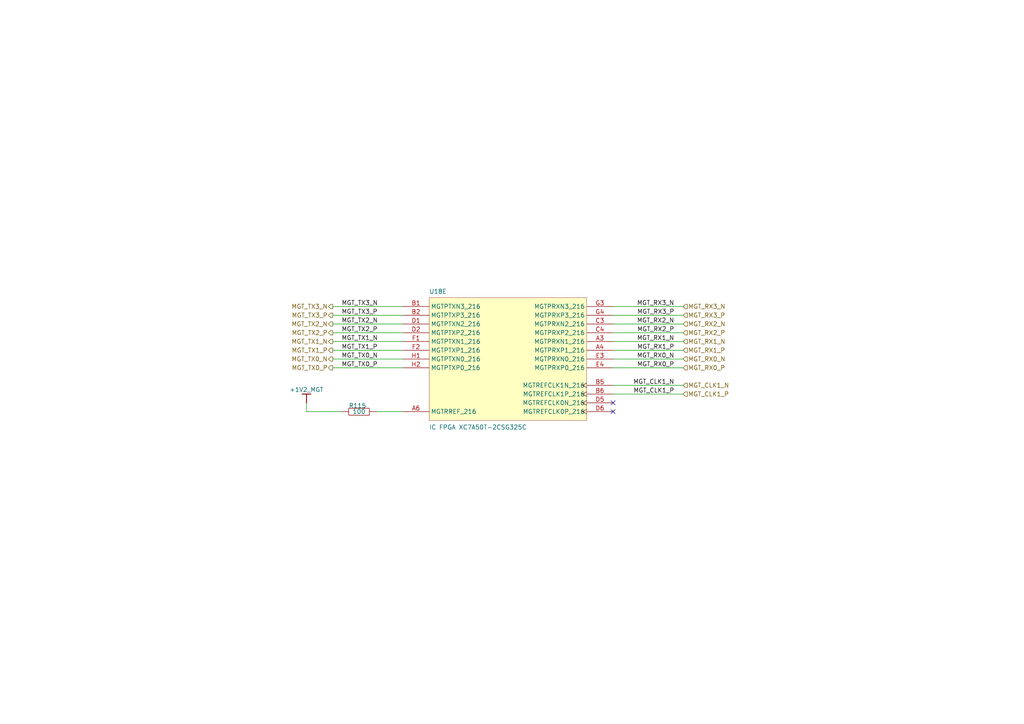
<source format=kicad_sch>
(kicad_sch (version 20241004) (generator "eeschema") (generator_version "8.99")
  (paper "A4")
  (title_block (title "ThunderScope") (rev "5") (company "EEVengers"))
  (lib_symbols
    (symbol "Thunderscope_Rev5:+1V2_MGT_BAR" (power)
      (property "Value" "+1V2_MGT" (at 0 -3.81 0))
      (symbol "+1V2_MGT_BAR_0_0"
        (polyline (pts (xy -1.27 -2.54) (xy 1.27 -2.54)) (stroke (width 0.254)))
        (polyline (pts (xy 0 0) (xy 0 -2.54)) (stroke (width 0.254)))
        (pin power_in line (at 0 0 0) (length 0) (hide yes) (name "+1V2_MGT") (number ""))
      )
    )
    (symbol "Thunderscope_Rev5:IC FPGA XC7A50T-2CSG325C"
      (property "Reference" "U" (at 0 0 0))
      (property "Value" "IC FPGA XC7A50T-2CSG325C" (at 0 0 0))
      (symbol "IC FPGA XC7A50T-2CSG325C_1_0"
        (rectangle (start 0 0) (end -40.64 -129.54) (stroke (width 0.0254) (color 128 0 0 1)) (fill (type background)))
        (text "BANK 14" (at -5.08 -15.24 900) (effects (font (size 1.778 1.778) (thickness 0.3556) (bold yes)) (justify left top)))
        (pin bidirectional line (at -48.26 -2.54 0) (length 7.62) (name "IO_0_14") (number "L14"))
        (pin bidirectional line (at -48.26 -5.08 0) (length 7.62) (name "IO_L1P_T0_D00_MOSI_14") (number "K16"))
        (pin bidirectional line (at -48.26 -7.62 0) (length 7.62) (name "IO_L1N_T0_D01_DIN_14") (number "L17"))
        (pin bidirectional line (at -48.26 -10.16 0) (length 7.62) (name "IO_L2P_T0_D02_14") (number "J15"))
        (pin bidirectional line (at -48.26 -12.7 0) (length 7.62) (name "IO_L2N_T0_D03_14") (number "J16"))
        (pin bidirectional line (at -48.26 -15.24 0) (length 7.62) (name "IO_L3P_T0_DQS_PUDC_B_14") (number "J18"))
        (pin bidirectional clock (at -48.26 -17.78 0) (length 7.62) (name "IO_L3N_T0_DQS_EMCCLK_14") (number "K18"))
        (pin bidirectional line (at -48.26 -20.32 0) (length 7.62) (name "IO_L4P_T0_D04_14") (number "K17"))
        (pin bidirectional line (at -48.26 -22.86 0) (length 7.62) (name "IO_L4N_T0_D05_14") (number "L18"))
        (pin bidirectional line (at -48.26 -25.4 0) (length 7.62) (name "IO_L5P_T0_D06_14") (number "J14"))
        (pin bidirectional line (at -48.26 -27.94 0) (length 7.62) (name "IO_L5N_T0_D07_14") (number "K15"))
        (pin bidirectional line (at -48.26 -30.48 0) (length 7.62) (name "IO_L6P_T0_FCS_B_14") (number "L15"))
        (pin bidirectional line (at -48.26 -33.02 0) (length 7.62) (name "IO_L6N_T0_D08_VREF_14") (number "M15"))
        (pin bidirectional line (at -48.26 -35.56 0) (length 7.62) (name "IO_L7P_T1_D09_14") (number "M16"))
        (pin bidirectional line (at -48.26 -38.1 0) (length 7.62) (name "IO_L7N_T1_D10_14") (number "M17"))
        (pin bidirectional line (at -48.26 -40.64 0) (length 7.62) (name "IO_L8P_T1_D11_14") (number "M14"))
        (pin bidirectional line (at -48.26 -43.18 0) (length 7.62) (name "IO_L8N_T1_D12_14") (number "N14"))
        (pin bidirectional line (at -48.26 -45.72 0) (length 7.62) (name "IO_L9P_T1_DQS_14") (number "N16"))
        (pin bidirectional line (at -48.26 -48.26 0) (length 7.62) (name "IO_L9N_T1_DQS_D13_14") (number "N17"))
        (pin bidirectional line (at -48.26 -50.8 0) (length 7.62) (name "IO_L10P_T1_D14_14") (number "N18"))
        (pin bidirectional line (at -48.26 -53.34 0) (length 7.62) (name "IO_L10N_T1_D15_14") (number "P18"))
        (pin bidirectional clock (at -48.26 -55.88 0) (length 7.62) (name "IO_L11P_T1_SRCC_14") (number "P15"))
        (pin bidirectional clock (at -48.26 -58.42 0) (length 7.62) (name "IO_L11N_T1_SRCC_14") (number "P16"))
        (pin bidirectional clock (at -48.26 -60.96 0) (length 7.62) (name "IO_L12P_T1_MRCC_14") (number "P14"))
        (pin bidirectional clock (at -48.26 -63.5 0) (length 7.62) (name "IO_L12N_T1_MRCC_14") (number "R15"))
        (pin bidirectional clock (at -48.26 -66.04 0) (length 7.62) (name "IO_L13P_T2_MRCC_14") (number "T14"))
        (pin bidirectional clock (at -48.26 -68.58 0) (length 7.62) (name "IO_L13N_T2_MRCC_14") (number "T15"))
        (pin bidirectional clock (at -48.26 -71.12 0) (length 7.62) (name "IO_L14P_T2_SRCC_14") (number "R16"))
        (pin bidirectional clock (at -48.26 -73.66 0) (length 7.62) (name "IO_L14N_T2_SRCC_14") (number "R17"))
        (pin bidirectional line (at -48.26 -76.2 0) (length 7.62) (name "IO_L15P_T2_DQS_RDWR_B_14") (number "R18"))
        (pin bidirectional line (at -48.26 -78.74 0) (length 7.62) (name "IO_L15N_T2_DQS_DOUT_CSO_B_14") (number "T18"))
        (pin bidirectional line (at -48.26 -81.28 0) (length 7.62) (name "IO_L16P_T2_CSI_B_14") (number "T17"))
        (pin bidirectional line (at -48.26 -83.82 0) (length 7.62) (name "IO_L16N_T2_A15_D31_14") (number "U17"))
        (pin bidirectional line (at -48.26 -86.36 0) (length 7.62) (name "IO_L17P_T2_A14_D30_14") (number "U15"))
        (pin bidirectional line (at -48.26 -88.9 0) (length 7.62) (name "IO_L17N_T2_A13_D29_14") (number "U16"))
        (pin bidirectional line (at -48.26 -91.44 0) (length 7.62) (name "IO_L18P_T2_A12_D28_14") (number "V16"))
        (pin bidirectional line (at -48.26 -93.98 0) (length 7.62) (name "IO_L18N_T2_A11_D27_14") (number "V17"))
        (pin bidirectional line (at -48.26 -96.52 0) (length 7.62) (name "IO_L19P_T3_A10_D26_14") (number "R13"))
        (pin bidirectional line (at -48.26 -99.06 0) (length 7.62) (name "IO_L19N_T3_A09_D25_VREF_14") (number "T13"))
        (pin bidirectional line (at -48.26 -101.6 0) (length 7.62) (name "IO_L20P_T3_A08_D24_14") (number "U14"))
        (pin bidirectional line (at -48.26 -104.14 0) (length 7.62) (name "IO_L20N_T3_A07_D23_14") (number "V14"))
        (pin bidirectional line (at -48.26 -106.68 0) (length 7.62) (name "IO_L21P_T3_DQS_14") (number "V12"))
        (pin bidirectional line (at -48.26 -109.22 0) (length 7.62) (name "IO_L21N_T3_DQS_A06_D22_14") (number "V13"))
        (pin bidirectional line (at -48.26 -111.76 0) (length 7.62) (name "IO_L22P_T3_A05_D21_14") (number "T12"))
        (pin bidirectional line (at -48.26 -114.3 0) (length 7.62) (name "IO_L22N_T3_A04_D20_14") (number "U12"))
        (pin bidirectional line (at -48.26 -116.84 0) (length 7.62) (name "IO_L23P_T3_A03_D19_14") (number "U11"))
        (pin bidirectional line (at -48.26 -119.38 0) (length 7.62) (name "IO_L23N_T3_A02_D18_14") (number "V11"))
        (pin bidirectional line (at -48.26 -121.92 0) (length 7.62) (name "IO_L24P_T3_A01_D17_14") (number "U9"))
        (pin bidirectional line (at -48.26 -124.46 0) (length 7.62) (name "IO_L24N_T3_A00_D16_14") (number "V9"))
        (pin bidirectional line (at -48.26 -127 0) (length 7.62) (name "IO_25_14") (number "U10"))
      )
      (symbol "IC FPGA XC7A50T-2CSG325C_2_0"
        (rectangle (start 0 0) (end -35.56 -129.54) (stroke (width 0.0254) (color 128 0 0 1)) (fill (type background)))
        (text "BANK 15" (at -5.08 -15.24 900) (effects (font (size 1.778 1.778) (thickness 0.3556) (bold yes)) (justify left top)))
        (pin bidirectional line (at -43.18 -2.54 0) (length 7.62) (name "IO_0_15") (number "D10"))
        (pin bidirectional line (at -43.18 -5.08 0) (length 7.62) (name "IO_L1P_T0_AD0P_15") (number "D8"))
        (pin bidirectional line (at -43.18 -7.62 0) (length 7.62) (name "IO_L1N_T0_AD0N_15") (number "C8"))
        (pin bidirectional line (at -43.18 -10.16 0) (length 7.62) (name "IO_L2P_T0_AD8P_15") (number "D9"))
        (pin bidirectional line (at -43.18 -12.7 0) (length 7.62) (name "IO_L2N_T0_AD8N_15") (number "C9"))
        (pin bidirectional line (at -43.18 -15.24 0) (length 7.62) (name "IO_L3P_T0_DQS_AD1P_15") (number "B9"))
        (pin bidirectional line (at -43.18 -17.78 0) (length 7.62) (name "IO_L3N_T0_DQS_AD1N_15") (number "A9"))
        (pin bidirectional line (at -43.18 -20.32 0) (length 7.62) (name "IO_L4P_T0_15") (number "C11"))
        (pin bidirectional line (at -43.18 -22.86 0) (length 7.62) (name "IO_L4N_T0_15") (number "B11"))
        (pin bidirectional line (at -43.18 -25.4 0) (length 7.62) (name "IO_L5P_T0_AD9P_15") (number "B10"))
        (pin bidirectional line (at -43.18 -27.94 0) (length 7.62) (name "IO_L5N_T0_AD9N_15") (number "A10"))
        (pin bidirectional line (at -43.18 -30.48 0) (length 7.62) (name "IO_L6P_T0_15") (number "D11"))
        (pin bidirectional line (at -43.18 -33.02 0) (length 7.62) (name "IO_L6N_T0_VREF_15") (number "C12"))
        (pin bidirectional line (at -43.18 -35.56 0) (length 7.62) (name "IO_L7P_T1_AD2P_15") (number "B12"))
        (pin bidirectional line (at -43.18 -38.1 0) (length 7.62) (name "IO_L7N_T1_AD2N_15") (number "A12"))
        (pin bidirectional line (at -43.18 -40.64 0) (length 7.62) (name "IO_L8P_T1_AD10P_15") (number "A13"))
        (pin bidirectional line (at -43.18 -43.18 0) (length 7.62) (name "IO_L8N_T1_AD10N_15") (number "A14"))
        (pin bidirectional line (at -43.18 -45.72 0) (length 7.62) (name "IO_L9P_T1_DQS_AD3P_15") (number "C14"))
        (pin bidirectional line (at -43.18 -48.26 0) (length 7.62) (name "IO_L9N_T1_DQS_AD3N_15") (number "B15"))
        (pin bidirectional line (at -43.18 -50.8 0) (length 7.62) (name "IO_L10P_T1_AD11P_15") (number "B14"))
        (pin bidirectional line (at -43.18 -53.34 0) (length 7.62) (name "IO_L10N_T1_AD11N_15") (number "A15"))
        (pin bidirectional clock (at -43.18 -55.88 0) (length 7.62) (name "IO_L11P_T1_SRCC_15") (number "D13"))
        (pin bidirectional clock (at -43.18 -58.42 0) (length 7.62) (name "IO_L11N_T1_SRCC_15") (number "C13"))
        (pin bidirectional clock (at -43.18 -60.96 0) (length 7.62) (name "IO_L12P_T1_MRCC_15") (number "E13"))
        (pin bidirectional clock (at -43.18 -63.5 0) (length 7.62) (name "IO_L12N_T1_MRCC_15") (number "D14"))
        (pin bidirectional clock (at -43.18 -66.04 0) (length 7.62) (name "IO_L13P_T2_MRCC_15") (number "E15"))
        (pin bidirectional clock (at -43.18 -68.58 0) (length 7.62) (name "IO_L13N_T2_MRCC_15") (number "D15"))
        (pin bidirectional clock (at -43.18 -71.12 0) (length 7.62) (name "IO_L14P_T2_SRCC_15") (number "E16"))
        (pin bidirectional clock (at -43.18 -73.66 0) (length 7.62) (name "IO_L14N_T2_SRCC_15") (number "D16"))
        (pin bidirectional line (at -43.18 -76.2 0) (length 7.62) (name "IO_L15P_T2_DQS_15") (number "B16"))
        (pin bidirectional line (at -43.18 -78.74 0) (length 7.62) (name "IO_L15N_T2_DQS_ADV_B_15") (number "A17"))
        (pin bidirectional line (at -43.18 -81.28 0) (length 7.62) (name "IO_L16P_T2_A28_15") (number "C16"))
        (pin bidirectional line (at -43.18 -83.82 0) (length 7.62) (name "IO_L16N_T2_A27_15") (number "B17"))
        (pin bidirectional line (at -43.18 -86.36 0) (length 7.62) (name "IO_L17P_T2_A26_15") (number "E17"))
        (pin bidirectional line (at -43.18 -88.9 0) (length 7.62) (name "IO_L17N_T2_A25_15") (number "D18"))
        (pin bidirectional line (at -43.18 -91.44 0) (length 7.62) (name "IO_L18P_T2_A24_15") (number "C17"))
        (pin bidirectional line (at -43.18 -93.98 0) (length 7.62) (name "IO_L18N_T2_A23_15") (number "C18"))
        (pin bidirectional line (at -43.18 -96.52 0) (length 7.62) (name "IO_L19P_T3_A22_15") (number "G17"))
        (pin bidirectional line (at -43.18 -99.06 0) (length 7.62) (name "IO_L19N_T3_A21_VREF_15") (number "F18"))
        (pin bidirectional line (at -43.18 -101.6 0) (length 7.62) (name "IO_L20P_T3_A20_15") (number "H16"))
        (pin bidirectional line (at -43.18 -104.14 0) (length 7.62) (name "IO_L20N_T3_A19_15") (number "G16"))
        (pin bidirectional line (at -43.18 -106.68 0) (length 7.62) (name "IO_L21P_T3_DQS_15") (number "G15"))
        (pin bidirectional line (at -43.18 -109.22 0) (length 7.62) (name "IO_L21N_T3_DQS_A18_15") (number "F15"))
        (pin bidirectional line (at -43.18 -111.76 0) (length 7.62) (name "IO_L22P_T3_A17_15") (number "G14"))
        (pin bidirectional line (at -43.18 -114.3 0) (length 7.62) (name "IO_L22N_T3_A16_15") (number "F14"))
        (pin bidirectional line (at -43.18 -116.84 0) (length 7.62) (name "IO_L23P_T3_FOE_B_15") (number "H17"))
        (pin bidirectional line (at -43.18 -119.38 0) (length 7.62) (name "IO_L23N_T3_FWE_B_15") (number "H18"))
        (pin bidirectional line (at -43.18 -121.92 0) (length 7.62) (name "IO_L24P_T3_RS1_15") (number "F17"))
        (pin bidirectional line (at -43.18 -124.46 0) (length 7.62) (name "IO_L24N_T3_RS0_15") (number "E18"))
        (pin bidirectional line (at -43.18 -127 0) (length 7.62) (name "IO_25_15") (number "H14"))
      )
      (symbol "IC FPGA XC7A50T-2CSG325C_3_0"
        (rectangle (start 0 0) (end -30.48 -129.54) (stroke (width 0.0254) (color 128 0 0 1)) (fill (type background)))
        (text "BANK 34" (at -5.08 -15.24 900) (effects (font (size 1.778 1.778) (thickness 0.3556) (bold yes)) (justify left top)))
        (pin bidirectional line (at -38.1 -2.54 0) (length 7.62) (name "IO_0_34") (number "J6"))
        (pin bidirectional line (at -38.1 -5.08 0) (length 7.62) (name "IO_L1P_T0_34") (number "K6"))
        (pin bidirectional line (at -38.1 -7.62 0) (length 7.62) (name "IO_L1N_T0_34") (number "K5"))
        (pin bidirectional line (at -38.1 -10.16 0) (length 7.62) (name "IO_L2P_T0_34") (number "J5"))
        (pin bidirectional line (at -38.1 -12.7 0) (length 7.62) (name "IO_L2N_T0_34") (number "J4"))
        (pin bidirectional line (at -38.1 -15.24 0) (length 7.62) (name "IO_L3P_T0_DQS_34") (number "K2"))
        (pin bidirectional line (at -38.1 -17.78 0) (length 7.62) (name "IO_L3N_T0_DQS_34") (number "K1"))
        (pin bidirectional line (at -38.1 -20.32 0) (length 7.62) (name "IO_L4P_T0_34") (number "K3"))
        (pin bidirectional line (at -38.1 -22.86 0) (length 7.62) (name "IO_L4N_T0_34") (number "L2"))
        (pin bidirectional line (at -38.1 -25.4 0) (length 7.62) (name "IO_L5P_T0_34") (number "L4"))
        (pin bidirectional line (at -38.1 -27.94 0) (length 7.62) (name "IO_L5N_T0_34") (number "L3"))
        (pin bidirectional line (at -38.1 -30.48 0) (length 7.62) (name "IO_L6P_T0_34") (number "L5"))
        (pin bidirectional line (at -38.1 -33.02 0) (length 7.62) (name "IO_L6N_T0_VREF_34") (number "M5"))
        (pin bidirectional line (at -38.1 -35.56 0) (length 7.62) (name "IO_L7P_T1_34") (number "M2"))
        (pin bidirectional line (at -38.1 -38.1 0) (length 7.62) (name "IO_L7N_T1_34") (number "M1"))
        (pin bidirectional line (at -38.1 -40.64 0) (length 7.62) (name "IO_L8P_T1_34") (number "M6"))
        (pin bidirectional line (at -38.1 -43.18 0) (length 7.62) (name "IO_L8N_T1_34") (number "N6"))
        (pin bidirectional line (at -38.1 -45.72 0) (length 7.62) (name "IO_L9P_T1_DQS_34") (number "N1"))
        (pin bidirectional line (at -38.1 -48.26 0) (length 7.62) (name "IO_L9N_T1_DQS_34") (number "P1"))
        (pin bidirectional line (at -38.1 -50.8 0) (length 7.62) (name "IO_L10P_T1_34") (number "M4"))
        (pin bidirectional line (at -38.1 -53.34 0) (length 7.62) (name "IO_L10N_T1_34") (number "N4"))
        (pin bidirectional clock (at -38.1 -55.88 0) (length 7.62) (name "IO_L11P_T1_SRCC_34") (number "N3"))
        (pin bidirectional clock (at -38.1 -58.42 0) (length 7.62) (name "IO_L11N_T1_SRCC_34") (number "N2"))
        (pin bidirectional clock (at -38.1 -60.96 0) (length 7.62) (name "IO_L12P_T1_MRCC_34") (number "P4"))
        (pin bidirectional clock (at -38.1 -63.5 0) (length 7.62) (name "IO_L12N_T1_MRCC_34") (number "P3"))
        (pin bidirectional clock (at -38.1 -66.04 0) (length 7.62) (name "IO_L13P_T2_MRCC_34") (number "R2"))
        (pin bidirectional clock (at -38.1 -68.58 0) (length 7.62) (name "IO_L13N_T2_MRCC_34") (number "R1"))
        (pin bidirectional clock (at -38.1 -71.12 0) (length 7.62) (name "IO_L14P_T2_SRCC_34") (number "R3"))
        (pin bidirectional clock (at -38.1 -73.66 0) (length 7.62) (name "IO_L14N_T2_SRCC_34") (number "T2"))
        (pin bidirectional line (at -38.1 -76.2 0) (length 7.62) (name "IO_L15P_T2_DQS_34") (number "U2"))
        (pin bidirectional line (at -38.1 -78.74 0) (length 7.62) (name "IO_L15N_T2_DQS_34") (number "U1"))
        (pin bidirectional line (at -38.1 -81.28 0) (length 7.62) (name "IO_L16P_T2_34") (number "V3"))
        (pin bidirectional line (at -38.1 -83.82 0) (length 7.62) (name "IO_L16N_T2_34") (number "V2"))
        (pin bidirectional line (at -38.1 -86.36 0) (length 7.62) (name "IO_L17P_T2_34") (number "T4"))
        (pin bidirectional line (at -38.1 -88.9 0) (length 7.62) (name "IO_L17N_T2_34") (number "T3"))
        (pin bidirectional line (at -38.1 -91.44 0) (length 7.62) (name "IO_L18P_T2_34") (number "U4"))
        (pin bidirectional line (at -38.1 -93.98 0) (length 7.62) (name "IO_L18N_T2_34") (number "V4"))
        (pin bidirectional line (at -38.1 -96.52 0) (length 7.62) (name "IO_L19P_T3_34") (number "P6"))
        (pin bidirectional line (at -38.1 -99.06 0) (length 7.62) (name "IO_L19N_T3_VREF_34") (number "P5"))
        (pin bidirectional line (at -38.1 -101.6 0) (length 7.62) (name "IO_L20P_T3_34") (number "U6"))
        (pin bidirectional line (at -38.1 -104.14 0) (length 7.62) (name "IO_L20N_T3_34") (number "U5"))
        (pin bidirectional line (at -38.1 -106.68 0) (length 7.62) (name "IO_L21P_T3_DQS_34") (number "R5"))
        (pin bidirectional line (at -38.1 -109.22 0) (length 7.62) (name "IO_L21N_T3_DQS_34") (number "T5"))
        (pin bidirectional line (at -38.1 -111.76 0) (length 7.62) (name "IO_L22P_T3_34") (number "R7"))
        (pin bidirectional line (at -38.1 -114.3 0) (length 7.62) (name "IO_L22N_T3_34") (number "T7"))
        (pin bidirectional line (at -38.1 -116.84 0) (length 7.62) (name "IO_L23P_T3_34") (number "U7"))
        (pin bidirectional line (at -38.1 -119.38 0) (length 7.62) (name "IO_L23N_T3_34") (number "V6"))
        (pin bidirectional line (at -38.1 -121.92 0) (length 7.62) (name "IO_L24P_T3_34") (number "V8"))
        (pin bidirectional line (at -38.1 -124.46 0) (length 7.62) (name "IO_L24N_T3_34") (number "V7"))
        (pin bidirectional line (at -38.1 -127 0) (length 7.62) (name "IO_25_34") (number "R6"))
      )
      (symbol "IC FPGA XC7A50T-2CSG325C_4_0"
        (rectangle (start 0 0) (end -20.32 -63.5) (stroke (width 0.0254) (color 128 0 0 1)) (fill (type background)))
        (pin input line (at 7.62 -2.54 180) (length 7.62) (name "TDI_0") (number "T9"))
        (pin output line (at 7.62 -5.08 180) (length 7.62) (name "TDO_0") (number "T8"))
        (pin input clock (at 7.62 -7.62 180) (length 7.62) (name "TCK_0") (number "F8"))
        (pin input line (at 7.62 -10.16 180) (length 7.62) (name "TMS_0") (number "R8"))
        (pin bidirectional clock (at 7.62 -15.24 180) (length 7.62) (name "CCLK_0") (number "E8"))
        (pin input line (at 7.62 -17.78 180) (length 7.62) (name "M0_0") (number "R12"))
        (pin input line (at 7.62 -20.32 180) (length 7.62) (name "M1_0") (number "R11"))
        (pin input line (at 7.62 -22.86 180) (length 7.62) (name "M2_0") (number "F13"))
        (pin open_collector line (at 7.62 -27.94 180) (length 7.62) (name "DONE_0") (number "F12"))
        (pin bidirectional line (at 7.62 -30.48 180) (length 7.62) (name "INIT_B_0") (number "T10"))
        (pin input line (at 7.62 -35.56 180) (length 7.62) (name "PROGRAM_B_0") (number "P10"))
        (pin input line (at 7.62 -38.1 180) (length 7.62) (name "CFGBVS_0") (number "E12"))
        (pin input line (at 7.62 -43.18 180) (length 7.62) (name "VP_0") (number "K10"))
        (pin input line (at 7.62 -45.72 180) (length 7.62) (name "VN_0") (number "L9"))
        (pin input line (at 7.62 -50.8 180) (length 7.62) (name "VREFP_0") (number "L10"))
        (pin input line (at 7.62 -53.34 180) (length 7.62) (name "VREFN_0") (number "K9"))
        (pin input line (at 7.62 -58.42 180) (length 7.62) (name "DXP_0") (number "M10"))
        (pin input line (at 7.62 -60.96 180) (length 7.62) (name "DXN_0") (number "M9"))
      )
      (symbol "IC FPGA XC7A50T-2CSG325C_5_0"
        (rectangle (start 0 0) (end -45.72 -35.56) (stroke (width 0.0254) (color 128 0 0 1)) (fill (type background)))
        (pin input line (at -53.34 -2.54 0) (length 7.62) (name "MGTRREF_216") (number "A6"))
        (pin output line (at -53.34 -15.24 0) (length 7.62) (name "MGTPTXP0_216") (number "H2"))
        (pin output line (at -53.34 -17.78 0) (length 7.62) (name "MGTPTXN0_216") (number "H1"))
        (pin output line (at -53.34 -20.32 0) (length 7.62) (name "MGTPTXP1_216") (number "F2"))
        (pin output line (at -53.34 -22.86 0) (length 7.62) (name "MGTPTXN1_216") (number "F1"))
        (pin output line (at -53.34 -25.4 0) (length 7.62) (name "MGTPTXP2_216") (number "D2"))
        (pin output line (at -53.34 -27.94 0) (length 7.62) (name "MGTPTXN2_216") (number "D1"))
        (pin output line (at -53.34 -30.48 0) (length 7.62) (name "MGTPTXP3_216") (number "B2"))
        (pin output line (at -53.34 -33.02 0) (length 7.62) (name "MGTPTXN3_216") (number "B1"))
        (pin input clock (at 7.62 -2.54 180) (length 7.62) (name "MGTREFCLK0P_216") (number "D6"))
        (pin input clock (at 7.62 -5.08 180) (length 7.62) (name "MGTREFCLK0N_216") (number "D5"))
        (pin input clock (at 7.62 -7.62 180) (length 7.62) (name "MGTREFCLK1P_216") (number "B6"))
        (pin input clock (at 7.62 -10.16 180) (length 7.62) (name "MGTREFCLK1N_216") (number "B5"))
        (pin input line (at 7.62 -15.24 180) (length 7.62) (name "MGTPRXP0_216") (number "E4"))
        (pin input line (at 7.62 -17.78 180) (length 7.62) (name "MGTPRXN0_216") (number "E3"))
        (pin input line (at 7.62 -20.32 180) (length 7.62) (name "MGTPRXP1_216") (number "A4"))
        (pin input line (at 7.62 -22.86 180) (length 7.62) (name "MGTPRXN1_216") (number "A3"))
        (pin input line (at 7.62 -25.4 180) (length 7.62) (name "MGTPRXP2_216") (number "C4"))
        (pin input line (at 7.62 -27.94 180) (length 7.62) (name "MGTPRXN2_216") (number "C3"))
        (pin input line (at 7.62 -30.48 180) (length 7.62) (name "MGTPRXP3_216") (number "G4"))
        (pin input line (at 7.62 -33.02 180) (length 7.62) (name "MGTPRXN3_216") (number "G3"))
      )
      (symbol "IC FPGA XC7A50T-2CSG325C_6_0"
        (rectangle (start 0 0) (end -30.48 -15.24) (stroke (width 0.0254) (color 128 0 0 1)) (fill (type background)))
        (pin power_in line (at -38.1 -2.54 0) (length 7.62) (name "MGTAVTT") (number "A2"))
        (pin power_in line (at -38.1 -5.08 0) (length 7.62) (name "MGTAVTT") (number "C1"))
        (pin power_in line (at -38.1 -7.62 0) (length 7.62) (name "MGTAVTT") (number "E1"))
        (pin power_in line (at -38.1 -10.16 0) (length 7.62) (name "MGTAVTT") (number "F3"))
        (pin power_in line (at -38.1 -12.7 0) (length 7.62) (name "MGTAVTT") (number "G2"))
        (pin power_in line (at 7.62 -2.54 180) (length 7.62) (name "MGTAVCC") (number "B4"))
        (pin power_in line (at 7.62 -5.08 180) (length 7.62) (name "MGTAVCC") (number "C5"))
        (pin power_in line (at 7.62 -7.62 180) (length 7.62) (name "MGTAVCC") (number "E5"))
        (pin power_in line (at 7.62 -10.16 180) (length 7.62) (name "MGTAVCC") (number "F5"))
      )
      (symbol "IC FPGA XC7A50T-2CSG325C_7_0"
        (rectangle (start 0 0) (end -25.4 -38.1) (stroke (width 0.0254) (color 128 0 0 1)) (fill (type background)))
        (pin power_in line (at -33.02 -2.54 0) (length 7.62) (name "VCCO_15") (number "A16"))
        (pin power_in line (at -33.02 -5.08 0) (length 7.62) (name "VCCO_15") (number "B13"))
        (pin power_in line (at -33.02 -7.62 0) (length 7.62) (name "VCCO_15") (number "C10"))
        (pin power_in line (at -33.02 -10.16 0) (length 7.62) (name "VCCO_15") (number "D17"))
        (pin power_in line (at -33.02 -12.7 0) (length 7.62) (name "VCCO_15") (number "E14"))
        (pin power_in line (at -33.02 -15.24 0) (length 7.62) (name "VCCO_15") (number "G18"))
        (pin power_in line (at -33.02 -17.78 0) (length 7.62) (name "VCCO_15") (number "H15"))
        (pin power_in line (at -33.02 -22.86 0) (length 7.62) (name "VCCO_34") (number "L6"))
        (pin power_in line (at -33.02 -25.4 0) (length 7.62) (name "VCCO_34") (number "M3"))
        (pin power_in line (at -33.02 -27.94 0) (length 7.62) (name "VCCO_34") (number "P7"))
        (pin power_in line (at -33.02 -30.48 0) (length 7.62) (name "VCCO_34") (number "R4"))
        (pin power_in line (at -33.02 -33.02 0) (length 7.62) (name "VCCO_34") (number "T1"))
        (pin power_in line (at -33.02 -35.56 0) (length 7.62) (name "VCCO_34") (number "V5"))
        (pin power_in line (at 7.62 -2.54 180) (length 7.62) (name "VCCO_0") (number "E10"))
        (pin power_in line (at 7.62 -5.08 180) (length 7.62) (name "VCCO_0") (number "R10"))
        (pin power_in line (at 7.62 -10.16 180) (length 7.62) (name "VCCO_14") (number "L16"))
        (pin power_in line (at 7.62 -12.7 180) (length 7.62) (name "VCCO_14") (number "P17"))
        (pin power_in line (at 7.62 -15.24 180) (length 7.62) (name "VCCO_14") (number "R14"))
        (pin power_in line (at 7.62 -17.78 180) (length 7.62) (name "VCCO_14") (number "T11"))
        (pin power_in line (at 7.62 -20.32 180) (length 7.62) (name "VCCO_14") (number "U8"))
        (pin power_in line (at 7.62 -22.86 180) (length 7.62) (name "VCCO_14") (number "U18"))
        (pin power_in line (at 7.62 -25.4 180) (length 7.62) (name "VCCO_14") (number "V15"))
      )
      (symbol "IC FPGA XC7A50T-2CSG325C_8_0"
        (rectangle (start 0 0) (end -30.48 -48.26) (stroke (width 0.0254) (color 128 0 0 1)) (fill (type background)))
        (pin power_in line (at -38.1 -2.54 0) (length 7.62) (name "VCCBATT_0") (number "E11"))
        (pin power_in line (at -38.1 -7.62 0) (length 7.62) (name "VCCADC_0") (number "J10"))
        (pin power_in line (at -38.1 -12.7 0) (length 7.62) (name "VCCAUX") (number "G12"))
        (pin power_in line (at -38.1 -15.24 0) (length 7.62) (name "VCCAUX") (number "H13"))
        (pin power_in line (at -38.1 -17.78 0) (length 7.62) (name "VCCAUX") (number "K13"))
        (pin power_in line (at -38.1 -20.32 0) (length 7.62) (name "VCCAUX") (number "M13"))
        (pin power_in line (at -38.1 -22.86 0) (length 7.62) (name "VCCAUX") (number "P13"))
        (pin power_in line (at -38.1 -27.94 0) (length 7.62) (name "VCCBRAM") (number "F11"))
        (pin power_in line (at -38.1 -30.48 0) (length 7.62) (name "VCCBRAM") (number "G10"))
        (pin power_in line (at -38.1 -33.02 0) (length 7.62) (name "VCCBRAM") (number "H11"))
        (pin power_in line (at 7.62 -2.54 180) (length 7.62) (name "VCCINT") (number "F7"))
        (pin power_in line (at 7.62 -5.08 180) (length 7.62) (name "VCCINT") (number "F9"))
        (pin power_in line (at 7.62 -7.62 180) (length 7.62) (name "VCCINT") (number "G8"))
        (pin power_in line (at 7.62 -10.16 180) (length 7.62) (name "VCCINT") (number "H7"))
        (pin power_in line (at 7.62 -12.7 180) (length 7.62) (name "VCCINT") (number "H9"))
        (pin power_in line (at 7.62 -15.24 180) (length 7.62) (name "VCCINT") (number "J8"))
        (pin power_in line (at 7.62 -17.78 180) (length 7.62) (name "VCCINT") (number "J12"))
        (pin power_in line (at 7.62 -20.32 180) (length 7.62) (name "VCCINT") (number "K7"))
        (pin power_in line (at 7.62 -22.86 180) (length 7.62) (name "VCCINT") (number "K11"))
        (pin power_in line (at 7.62 -25.4 180) (length 7.62) (name "VCCINT") (number "L8"))
        (pin power_in line (at 7.62 -27.94 180) (length 7.62) (name "VCCINT") (number "L12"))
        (pin power_in line (at 7.62 -30.48 180) (length 7.62) (name "VCCINT") (number "M7"))
        (pin power_in line (at 7.62 -33.02 180) (length 7.62) (name "VCCINT") (number "M11"))
        (pin power_in line (at 7.62 -35.56 180) (length 7.62) (name "VCCINT") (number "N8"))
        (pin power_in line (at 7.62 -38.1 180) (length 7.62) (name "VCCINT") (number "N10"))
        (pin power_in line (at 7.62 -40.64 180) (length 7.62) (name "VCCINT") (number "N12"))
        (pin power_in line (at 7.62 -43.18 180) (length 7.62) (name "VCCINT") (number "P9"))
        (pin power_in line (at 7.62 -45.72 180) (length 7.62) (name "VCCINT") (number "P11"))
      )
      (symbol "IC FPGA XC7A50T-2CSG325C_9_0"
        (rectangle (start 0 0) (end -20.32 -101.6) (stroke (width 0.0254) (color 128 0 0 1)) (fill (type background)))
        (pin power_in line (at -27.94 -2.54 0) (length 7.62) (name "GND") (number "H10"))
        (pin power_in line (at -27.94 -5.08 0) (length 7.62) (name "GND") (number "H12"))
        (pin power_in line (at -27.94 -7.62 0) (length 7.62) (name "GND") (number "J1"))
        (pin power_in line (at -27.94 -10.16 0) (length 7.62) (name "GND") (number "J2"))
        (pin power_in line (at -27.94 -12.7 0) (length 7.62) (name "GND") (number "J3"))
        (pin power_in line (at -27.94 -15.24 0) (length 7.62) (name "GND") (number "J7"))
        (pin power_in line (at -27.94 -17.78 0) (length 7.62) (name "GND") (number "J11"))
        (pin power_in line (at -27.94 -20.32 0) (length 7.62) (name "GND") (number "J13"))
        (pin power_in line (at -27.94 -22.86 0) (length 7.62) (name "GND") (number "J17"))
        (pin power_in line (at -27.94 -25.4 0) (length 7.62) (name "GND") (number "K4"))
        (pin power_in line (at -27.94 -27.94 0) (length 7.62) (name "GND") (number "K8"))
        (pin power_in line (at -27.94 -30.48 0) (length 7.62) (name "GND") (number "K12"))
        (pin power_in line (at -27.94 -33.02 0) (length 7.62) (name "GND") (number "K14"))
        (pin power_in line (at -27.94 -35.56 0) (length 7.62) (name "GND") (number "L1"))
        (pin power_in line (at -27.94 -38.1 0) (length 7.62) (name "GND") (number "L7"))
        (pin power_in line (at -27.94 -40.64 0) (length 7.62) (name "GND") (number "L11"))
        (pin power_in line (at -27.94 -43.18 0) (length 7.62) (name "GND") (number "L13"))
        (pin power_in line (at -27.94 -45.72 0) (length 7.62) (name "GND") (number "M8"))
        (pin power_in line (at -27.94 -48.26 0) (length 7.62) (name "GND") (number "M12"))
        (pin power_in line (at -27.94 -50.8 0) (length 7.62) (name "GND") (number "M18"))
        (pin power_in line (at -27.94 -53.34 0) (length 7.62) (name "GND") (number "N5"))
        (pin power_in line (at -27.94 -55.88 0) (length 7.62) (name "GND") (number "N7"))
        (pin power_in line (at -27.94 -58.42 0) (length 7.62) (name "GND") (number "N9"))
        (pin power_in line (at -27.94 -60.96 0) (length 7.62) (name "GND") (number "N11"))
        (pin power_in line (at -27.94 -63.5 0) (length 7.62) (name "GND") (number "N13"))
        (pin power_in line (at -27.94 -66.04 0) (length 7.62) (name "GND") (number "N15"))
        (pin power_in line (at -27.94 -68.58 0) (length 7.62) (name "GND") (number "P2"))
        (pin power_in line (at -27.94 -71.12 0) (length 7.62) (name "GND") (number "P8"))
        (pin power_in line (at -27.94 -73.66 0) (length 7.62) (name "GND") (number "P12"))
        (pin power_in line (at -27.94 -76.2 0) (length 7.62) (name "GND") (number "R9"))
        (pin power_in line (at -27.94 -78.74 0) (length 7.62) (name "GND") (number "T6"))
        (pin power_in line (at -27.94 -81.28 0) (length 7.62) (name "GND") (number "T16"))
        (pin power_in line (at -27.94 -83.82 0) (length 7.62) (name "GND") (number "U3"))
        (pin power_in line (at -27.94 -86.36 0) (length 7.62) (name "GND") (number "U13"))
        (pin power_in line (at -27.94 -88.9 0) (length 7.62) (name "GND") (number "V1"))
        (pin power_in line (at -27.94 -91.44 0) (length 7.62) (name "GND") (number "V10"))
        (pin power_in line (at -27.94 -93.98 0) (length 7.62) (name "GND") (number "V18"))
        (pin power_in line (at -27.94 -99.06 0) (length 7.62) (name "GNDADC_0") (number "J9"))
        (pin power_in line (at 7.62 -2.54 180) (length 7.62) (name "GND") (number "A1"))
        (pin power_in line (at 7.62 -5.08 180) (length 7.62) (name "GND") (number "A5"))
        (pin power_in line (at 7.62 -7.62 180) (length 7.62) (name "GND") (number "A7"))
        (pin power_in line (at 7.62 -10.16 180) (length 7.62) (name "GND") (number "A8"))
        (pin power_in line (at 7.62 -12.7 180) (length 7.62) (name "GND") (number "A11"))
        (pin power_in line (at 7.62 -15.24 180) (length 7.62) (name "GND") (number "A18"))
        (pin power_in line (at 7.62 -17.78 180) (length 7.62) (name "GND") (number "B3"))
        (pin power_in line (at 7.62 -20.32 180) (length 7.62) (name "GND") (number "B7"))
        (pin power_in line (at 7.62 -22.86 180) (length 7.62) (name "GND") (number "B8"))
        (pin power_in line (at 7.62 -25.4 180) (length 7.62) (name "GND") (number "B18"))
        (pin power_in line (at 7.62 -27.94 180) (length 7.62) (name "GND") (number "C2"))
        (pin power_in line (at 7.62 -30.48 180) (length 7.62) (name "GND") (number "C6"))
        (pin power_in line (at 7.62 -33.02 180) (length 7.62) (name "GND") (number "C7"))
        (pin power_in line (at 7.62 -35.56 180) (length 7.62) (name "GND") (number "C15"))
        (pin power_in line (at 7.62 -38.1 180) (length 7.62) (name "GND") (number "D3"))
        (pin power_in line (at 7.62 -40.64 180) (length 7.62) (name "GND") (number "D4"))
        (pin power_in line (at 7.62 -43.18 180) (length 7.62) (name "GND") (number "D7"))
        (pin power_in line (at 7.62 -45.72 180) (length 7.62) (name "GND") (number "D12"))
        (pin power_in line (at 7.62 -48.26 180) (length 7.62) (name "GND") (number "E2"))
        (pin power_in line (at 7.62 -50.8 180) (length 7.62) (name "GND") (number "E6"))
        (pin power_in line (at 7.62 -53.34 180) (length 7.62) (name "GND") (number "E7"))
        (pin power_in line (at 7.62 -55.88 180) (length 7.62) (name "GND") (number "E9"))
        (pin power_in line (at 7.62 -58.42 180) (length 7.62) (name "GND") (number "F4"))
        (pin power_in line (at 7.62 -60.96 180) (length 7.62) (name "GND") (number "F6"))
        (pin power_in line (at 7.62 -63.5 180) (length 7.62) (name "GND") (number "F10"))
        (pin power_in line (at 7.62 -66.04 180) (length 7.62) (name "GND") (number "F16"))
        (pin power_in line (at 7.62 -68.58 180) (length 7.62) (name "GND") (number "G1"))
        (pin power_in line (at 7.62 -71.12 180) (length 7.62) (name "GND") (number "G5"))
        (pin power_in line (at 7.62 -73.66 180) (length 7.62) (name "GND") (number "G6"))
        (pin power_in line (at 7.62 -76.2 180) (length 7.62) (name "GND") (number "G7"))
        (pin power_in line (at 7.62 -78.74 180) (length 7.62) (name "GND") (number "G9"))
        (pin power_in line (at 7.62 -81.28 180) (length 7.62) (name "GND") (number "G11"))
        (pin power_in line (at 7.62 -83.82 180) (length 7.62) (name "GND") (number "G13"))
        (pin power_in line (at 7.62 -86.36 180) (length 7.62) (name "GND") (number "H3"))
        (pin power_in line (at 7.62 -88.9 180) (length 7.62) (name "GND") (number "H4"))
        (pin power_in line (at 7.62 -91.44 180) (length 7.62) (name "GND") (number "H5"))
        (pin power_in line (at 7.62 -93.98 180) (length 7.62) (name "GND") (number "H6"))
        (pin power_in line (at 7.62 -96.52 180) (length 7.62) (name "GND") (number "H8"))
      )
    )
    (symbol "Thunderscope_Rev5:RES 100 OHM 1% 1/10W 0402" (pin_numbers (hide yes)) (pin_names (hide yes))
      (property "Reference" "R" (at 0 0 0))
      (property "Value" "${ALTIUM_VALUE}" (at 0 0 0))
      (symbol "RES 100 OHM 1% 1/10W 0402_1_0"
        (rectangle (start 3 0.976) (end -3 -1.056))
        (pin passive line (at -5.08 0 0) (length 2) (name "1") (number "1"))
        (pin passive line (at 5.08 0 180) (length 2) (name "2") (number "2"))
      )
    )
  )
  (no_connect (at 177.8 119.38))
  (no_connect (at 177.8 116.84))
  (wire (pts (xy 177.8 99.06) (xy 198.12 99.06)))
  (wire (pts (xy 96.52 88.9) (xy 116.84 88.9)))
  (wire (pts (xy 177.8 91.44) (xy 198.12 91.44)))
  (wire (pts (xy 177.8 104.14) (xy 198.12 104.14)))
  (wire (pts (xy 96.52 106.68) (xy 116.84 106.68)))
  (wire (pts (xy 96.52 101.6) (xy 116.84 101.6)))
  (wire (pts (xy 88.9 119.38) (xy 88.9 116.84)))
  (wire (pts (xy 177.8 114.3) (xy 198.12 114.3)))
  (wire (pts (xy 177.8 93.98) (xy 198.12 93.98)))
  (wire (pts (xy 99.06 119.38) (xy 88.9 119.38)))
  (wire (pts (xy 96.52 104.14) (xy 116.84 104.14)))
  (wire (pts (xy 177.8 96.52) (xy 198.12 96.52)))
  (wire (pts (xy 96.52 91.44) (xy 116.84 91.44)))
  (wire (pts (xy 177.8 111.76) (xy 198.12 111.76)))
  (wire (pts (xy 177.8 106.68) (xy 198.12 106.68)))
  (wire (pts (xy 96.52 96.52) (xy 116.84 96.52)))
  (wire (pts (xy 177.8 88.9) (xy 198.12 88.9)))
  (wire (pts (xy 96.52 93.98) (xy 116.84 93.98)))
  (wire (pts (xy 96.52 99.06) (xy 116.84 99.06)))
  (wire (pts (xy 109.22 119.38) (xy 116.84 119.38)))
  (wire (pts (xy 177.8 101.6) (xy 198.12 101.6)))
  (label "MGT_TX0_N" (at 99.06 104.14 0))
  (label "MGT_RX3_N" (at 195.58 88.9 180))
  (label "MGT_RX1_P" (at 195.58 101.6 180))
  (label "MGT_CLK1_P" (at 195.58 114.3 180))
  (label "MGT_RX1_N" (at 195.58 99.06 180))
  (label "MGT_TX2_N" (at 99.06 93.98 0))
  (label "MGT_RX3_P" (at 195.58 91.44 180))
  (label "MGT_RX2_N" (at 195.58 93.98 180))
  (label "MGT_RX2_P" (at 195.58 96.52 180))
  (label "MGT_TX3_P" (at 99.06 91.44 0))
  (label "MGT_RX0_P" (at 195.58 106.68 180))
  (label "MGT_TX0_P" (at 99.06 106.68 0))
  (label "MGT_TX1_N" (at 99.06 99.06 0))
  (label "MGT_CLK1_N" (at 195.58 111.76 180))
  (label "MGT_TX2_P" (at 99.06 96.52 0))
  (label "MGT_TX3_N" (at 99.06 88.9 0))
  (label "MGT_TX1_P" (at 99.06 101.6 0))
  (label "MGT_RX0_N" (at 195.58 104.14 180))
  (hierarchical_label "MGT_RX3_P" (shape input) (at 198.12 91.44 0))
  (hierarchical_label "MGT_TX3_P" (shape output) (at 96.52 91.44 180))
  (hierarchical_label "MGT_TX2_P" (shape output) (at 96.52 96.52 180))
  (hierarchical_label "MGT_TX2_N" (shape output) (at 96.52 93.98 180))
  (hierarchical_label "MGT_RX0_P" (shape input) (at 198.12 106.68 0))
  (hierarchical_label "MGT_TX3_N" (shape output) (at 96.52 88.9 180))
  (hierarchical_label "MGT_RX3_N" (shape input) (at 198.12 88.9 0))
  (hierarchical_label "MGT_TX0_N" (shape output) (at 96.52 104.14 180))
  (hierarchical_label "MGT_RX1_N" (shape input) (at 198.12 99.06 0))
  (hierarchical_label "MGT_TX0_P" (shape output) (at 96.52 106.68 180))
  (hierarchical_label "MGT_TX1_N" (shape output) (at 96.52 99.06 180))
  (hierarchical_label "MGT_CLK1_P" (shape input) (at 198.12 114.3 0))
  (hierarchical_label "MGT_RX0_N" (shape input) (at 198.12 104.14 0))
  (hierarchical_label "MGT_RX2_P" (shape input) (at 198.12 96.52 0))
  (hierarchical_label "MGT_RX1_P" (shape input) (at 198.12 101.6 0))
  (hierarchical_label "MGT_CLK1_N" (shape input) (at 198.12 111.76 0))
  (hierarchical_label "MGT_TX1_P" (shape output) (at 96.52 101.6 180))
  (hierarchical_label "MGT_RX2_N" (shape input) (at 198.12 93.98 0))
  (symbol (lib_id "Thunderscope_Rev5:+1V2_MGT_BAR") (at 88.9 116.84 180) (unit 1)
    (property "Reference" "#PWR0507" (effects (hide yes)))
    (property "Value" "+1V2_MGT" (at 88.9 113.03 0))
    (property "Description" "Power symbol creates a global label with name '+1V2_MGT'" (effects (hide yes)))
  )
  (symbol (lib_id "Thunderscope_Rev5:RES 100 OHM 1% 1/10W 0402") (at 104.14 119.38 0) (unit 1)
    (property "Reference" "R115" (at 101.14 118.404 0) (effects (justify left bottom)))
    (property "Value" "${ALTIUM_VALUE}" (at 104.14 119.38 0))
    (property "Footprint" "GEN_R_0402" (effects (hide yes)))
    (property "TOLERANCE" "1%" (effects (hide yes)))
    (property "PACKAGE" "0402" (effects (hide yes)))
    (property "ALTIUM_VALUE" "100" (effects (hide yes)))
    (property "SUPPLIER 1" "Mouser" (effects (hide yes)))
    (property "SUPPLIER PART NUMBER 1" "603-RC0402FR-07100RL" (effects (hide yes)))
    (property "MANUFACTURER" "Yageo" (effects (hide yes)))
    (property "MANUFACTURER PART NUMBER" "RC0402FR-07100RL" (effects (hide yes)))
  )
  (symbol (lib_id "Thunderscope_Rev5:IC FPGA XC7A50T-2CSG325C") (at 170.18 121.92 0) (mirror x) (unit 5)
    (property "Reference" "U18" (at 124.46 83.82 0) (effects (justify left bottom)))
    (property "Value" "IC FPGA XC7A50T-2CSG325C" (at 124.46 123.19 0) (effects (justify left bottom)))
    (property "Footprint" "XILINX_XC7A50T-2CSG325C" (effects (hide yes)))
    (property "Description" "Artix-7 FPGA, 150 User I/Os, 4 GTP, 324-Ball BGA, Speed Grade 2, Commercial Grade, Pb-Free" (effects (hide yes)))
    (property "MANUFACTURER" "Xilinx" (effects (hide yes)))
    (property "HOUSE PART NUMBER" "XC7A50T-2CSG325C" (effects (hide yes)))
    (property "MANUFACTURER PART NUMBER" "XC7A50T-2CSG325C" (effects (hide yes)))
    (property "SUPPLIER 1" "Digi-Key" (effects (hide yes)))
    (property "SUPPLIER PART NUMBER 1" "122-2193-ND" (effects (hide yes)))
  )
)
</source>
